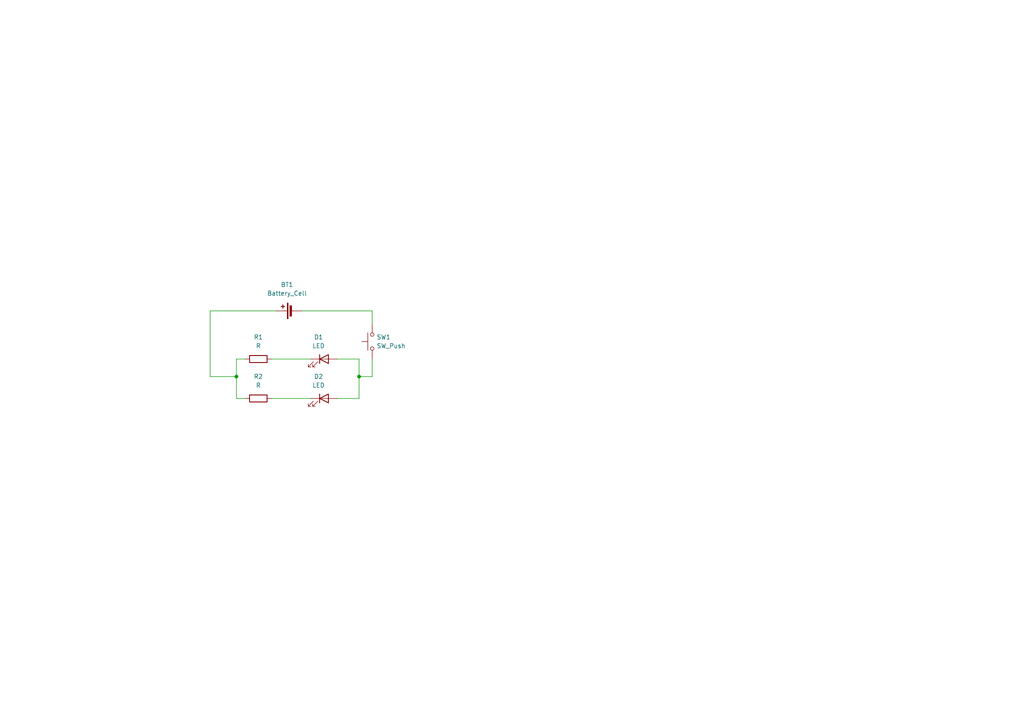
<source format=kicad_sch>
(kicad_sch
	(version 20250114)
	(generator "eeschema")
	(generator_version "9.0")
	(uuid "fecd14c1-0769-4a91-8bc8-a5e29011a5ac")
	(paper "A4")
	(lib_symbols
		(symbol "Device:Battery_Cell"
			(pin_numbers
				(hide yes)
			)
			(pin_names
				(offset 0)
				(hide yes)
			)
			(exclude_from_sim no)
			(in_bom yes)
			(on_board yes)
			(property "Reference" "BT"
				(at 2.54 2.54 0)
				(effects
					(font
						(size 1.27 1.27)
					)
					(justify left)
				)
			)
			(property "Value" "Battery_Cell"
				(at 2.54 0 0)
				(effects
					(font
						(size 1.27 1.27)
					)
					(justify left)
				)
			)
			(property "Footprint" ""
				(at 0 1.524 90)
				(effects
					(font
						(size 1.27 1.27)
					)
					(hide yes)
				)
			)
			(property "Datasheet" "~"
				(at 0 1.524 90)
				(effects
					(font
						(size 1.27 1.27)
					)
					(hide yes)
				)
			)
			(property "Description" "Single-cell battery"
				(at 0 0 0)
				(effects
					(font
						(size 1.27 1.27)
					)
					(hide yes)
				)
			)
			(property "ki_keywords" "battery cell"
				(at 0 0 0)
				(effects
					(font
						(size 1.27 1.27)
					)
					(hide yes)
				)
			)
			(symbol "Battery_Cell_0_1"
				(rectangle
					(start -2.286 1.778)
					(end 2.286 1.524)
					(stroke
						(width 0)
						(type default)
					)
					(fill
						(type outline)
					)
				)
				(rectangle
					(start -1.524 1.016)
					(end 1.524 0.508)
					(stroke
						(width 0)
						(type default)
					)
					(fill
						(type outline)
					)
				)
				(polyline
					(pts
						(xy 0 1.778) (xy 0 2.54)
					)
					(stroke
						(width 0)
						(type default)
					)
					(fill
						(type none)
					)
				)
				(polyline
					(pts
						(xy 0 0.762) (xy 0 0)
					)
					(stroke
						(width 0)
						(type default)
					)
					(fill
						(type none)
					)
				)
				(polyline
					(pts
						(xy 0.762 3.048) (xy 1.778 3.048)
					)
					(stroke
						(width 0.254)
						(type default)
					)
					(fill
						(type none)
					)
				)
				(polyline
					(pts
						(xy 1.27 3.556) (xy 1.27 2.54)
					)
					(stroke
						(width 0.254)
						(type default)
					)
					(fill
						(type none)
					)
				)
			)
			(symbol "Battery_Cell_1_1"
				(pin passive line
					(at 0 5.08 270)
					(length 2.54)
					(name "+"
						(effects
							(font
								(size 1.27 1.27)
							)
						)
					)
					(number "1"
						(effects
							(font
								(size 1.27 1.27)
							)
						)
					)
				)
				(pin passive line
					(at 0 -2.54 90)
					(length 2.54)
					(name "-"
						(effects
							(font
								(size 1.27 1.27)
							)
						)
					)
					(number "2"
						(effects
							(font
								(size 1.27 1.27)
							)
						)
					)
				)
			)
			(embedded_fonts no)
		)
		(symbol "Device:LED"
			(pin_numbers
				(hide yes)
			)
			(pin_names
				(offset 1.016)
				(hide yes)
			)
			(exclude_from_sim no)
			(in_bom yes)
			(on_board yes)
			(property "Reference" "D"
				(at 0 2.54 0)
				(effects
					(font
						(size 1.27 1.27)
					)
				)
			)
			(property "Value" "LED"
				(at 0 -2.54 0)
				(effects
					(font
						(size 1.27 1.27)
					)
				)
			)
			(property "Footprint" ""
				(at 0 0 0)
				(effects
					(font
						(size 1.27 1.27)
					)
					(hide yes)
				)
			)
			(property "Datasheet" "~"
				(at 0 0 0)
				(effects
					(font
						(size 1.27 1.27)
					)
					(hide yes)
				)
			)
			(property "Description" "Light emitting diode"
				(at 0 0 0)
				(effects
					(font
						(size 1.27 1.27)
					)
					(hide yes)
				)
			)
			(property "Sim.Pins" "1=K 2=A"
				(at 0 0 0)
				(effects
					(font
						(size 1.27 1.27)
					)
					(hide yes)
				)
			)
			(property "ki_keywords" "LED diode"
				(at 0 0 0)
				(effects
					(font
						(size 1.27 1.27)
					)
					(hide yes)
				)
			)
			(property "ki_fp_filters" "LED* LED_SMD:* LED_THT:*"
				(at 0 0 0)
				(effects
					(font
						(size 1.27 1.27)
					)
					(hide yes)
				)
			)
			(symbol "LED_0_1"
				(polyline
					(pts
						(xy -3.048 -0.762) (xy -4.572 -2.286) (xy -3.81 -2.286) (xy -4.572 -2.286) (xy -4.572 -1.524)
					)
					(stroke
						(width 0)
						(type default)
					)
					(fill
						(type none)
					)
				)
				(polyline
					(pts
						(xy -1.778 -0.762) (xy -3.302 -2.286) (xy -2.54 -2.286) (xy -3.302 -2.286) (xy -3.302 -1.524)
					)
					(stroke
						(width 0)
						(type default)
					)
					(fill
						(type none)
					)
				)
				(polyline
					(pts
						(xy -1.27 0) (xy 1.27 0)
					)
					(stroke
						(width 0)
						(type default)
					)
					(fill
						(type none)
					)
				)
				(polyline
					(pts
						(xy -1.27 -1.27) (xy -1.27 1.27)
					)
					(stroke
						(width 0.254)
						(type default)
					)
					(fill
						(type none)
					)
				)
				(polyline
					(pts
						(xy 1.27 -1.27) (xy 1.27 1.27) (xy -1.27 0) (xy 1.27 -1.27)
					)
					(stroke
						(width 0.254)
						(type default)
					)
					(fill
						(type none)
					)
				)
			)
			(symbol "LED_1_1"
				(pin passive line
					(at -3.81 0 0)
					(length 2.54)
					(name "K"
						(effects
							(font
								(size 1.27 1.27)
							)
						)
					)
					(number "1"
						(effects
							(font
								(size 1.27 1.27)
							)
						)
					)
				)
				(pin passive line
					(at 3.81 0 180)
					(length 2.54)
					(name "A"
						(effects
							(font
								(size 1.27 1.27)
							)
						)
					)
					(number "2"
						(effects
							(font
								(size 1.27 1.27)
							)
						)
					)
				)
			)
			(embedded_fonts no)
		)
		(symbol "Device:R"
			(pin_numbers
				(hide yes)
			)
			(pin_names
				(offset 0)
			)
			(exclude_from_sim no)
			(in_bom yes)
			(on_board yes)
			(property "Reference" "R"
				(at 2.032 0 90)
				(effects
					(font
						(size 1.27 1.27)
					)
				)
			)
			(property "Value" "R"
				(at 0 0 90)
				(effects
					(font
						(size 1.27 1.27)
					)
				)
			)
			(property "Footprint" ""
				(at -1.778 0 90)
				(effects
					(font
						(size 1.27 1.27)
					)
					(hide yes)
				)
			)
			(property "Datasheet" "~"
				(at 0 0 0)
				(effects
					(font
						(size 1.27 1.27)
					)
					(hide yes)
				)
			)
			(property "Description" "Resistor"
				(at 0 0 0)
				(effects
					(font
						(size 1.27 1.27)
					)
					(hide yes)
				)
			)
			(property "ki_keywords" "R res resistor"
				(at 0 0 0)
				(effects
					(font
						(size 1.27 1.27)
					)
					(hide yes)
				)
			)
			(property "ki_fp_filters" "R_*"
				(at 0 0 0)
				(effects
					(font
						(size 1.27 1.27)
					)
					(hide yes)
				)
			)
			(symbol "R_0_1"
				(rectangle
					(start -1.016 -2.54)
					(end 1.016 2.54)
					(stroke
						(width 0.254)
						(type default)
					)
					(fill
						(type none)
					)
				)
			)
			(symbol "R_1_1"
				(pin passive line
					(at 0 3.81 270)
					(length 1.27)
					(name "~"
						(effects
							(font
								(size 1.27 1.27)
							)
						)
					)
					(number "1"
						(effects
							(font
								(size 1.27 1.27)
							)
						)
					)
				)
				(pin passive line
					(at 0 -3.81 90)
					(length 1.27)
					(name "~"
						(effects
							(font
								(size 1.27 1.27)
							)
						)
					)
					(number "2"
						(effects
							(font
								(size 1.27 1.27)
							)
						)
					)
				)
			)
			(embedded_fonts no)
		)
		(symbol "Switch:SW_Push"
			(pin_numbers
				(hide yes)
			)
			(pin_names
				(offset 1.016)
				(hide yes)
			)
			(exclude_from_sim no)
			(in_bom yes)
			(on_board yes)
			(property "Reference" "SW"
				(at 1.27 2.54 0)
				(effects
					(font
						(size 1.27 1.27)
					)
					(justify left)
				)
			)
			(property "Value" "SW_Push"
				(at 0 -1.524 0)
				(effects
					(font
						(size 1.27 1.27)
					)
				)
			)
			(property "Footprint" ""
				(at 0 5.08 0)
				(effects
					(font
						(size 1.27 1.27)
					)
					(hide yes)
				)
			)
			(property "Datasheet" "~"
				(at 0 5.08 0)
				(effects
					(font
						(size 1.27 1.27)
					)
					(hide yes)
				)
			)
			(property "Description" "Push button switch, generic, two pins"
				(at 0 0 0)
				(effects
					(font
						(size 1.27 1.27)
					)
					(hide yes)
				)
			)
			(property "ki_keywords" "switch normally-open pushbutton push-button"
				(at 0 0 0)
				(effects
					(font
						(size 1.27 1.27)
					)
					(hide yes)
				)
			)
			(symbol "SW_Push_0_1"
				(circle
					(center -2.032 0)
					(radius 0.508)
					(stroke
						(width 0)
						(type default)
					)
					(fill
						(type none)
					)
				)
				(polyline
					(pts
						(xy 0 1.27) (xy 0 3.048)
					)
					(stroke
						(width 0)
						(type default)
					)
					(fill
						(type none)
					)
				)
				(circle
					(center 2.032 0)
					(radius 0.508)
					(stroke
						(width 0)
						(type default)
					)
					(fill
						(type none)
					)
				)
				(polyline
					(pts
						(xy 2.54 1.27) (xy -2.54 1.27)
					)
					(stroke
						(width 0)
						(type default)
					)
					(fill
						(type none)
					)
				)
				(pin passive line
					(at -5.08 0 0)
					(length 2.54)
					(name "1"
						(effects
							(font
								(size 1.27 1.27)
							)
						)
					)
					(number "1"
						(effects
							(font
								(size 1.27 1.27)
							)
						)
					)
				)
				(pin passive line
					(at 5.08 0 180)
					(length 2.54)
					(name "2"
						(effects
							(font
								(size 1.27 1.27)
							)
						)
					)
					(number "2"
						(effects
							(font
								(size 1.27 1.27)
							)
						)
					)
				)
			)
			(embedded_fonts no)
		)
	)
	(junction
		(at 104.14 109.22)
		(diameter 0)
		(color 0 0 0 0)
		(uuid "1d029031-0fa9-4f14-9044-dffdfe41cfa4")
	)
	(junction
		(at 68.58 109.22)
		(diameter 0)
		(color 0 0 0 0)
		(uuid "bf2f76df-af58-4983-8f3d-bf6a51b55302")
	)
	(wire
		(pts
			(xy 104.14 109.22) (xy 104.14 115.57)
		)
		(stroke
			(width 0)
			(type default)
		)
		(uuid "0463b5c4-23da-475d-93e6-b37c1ad46d7b")
	)
	(wire
		(pts
			(xy 68.58 109.22) (xy 68.58 104.14)
		)
		(stroke
			(width 0)
			(type default)
		)
		(uuid "1f1e4a59-4cc5-4884-98d4-60d22f611aa0")
	)
	(wire
		(pts
			(xy 68.58 104.14) (xy 71.12 104.14)
		)
		(stroke
			(width 0)
			(type default)
		)
		(uuid "2a4e10fc-b6be-409e-b9db-2786d0bc8e7d")
	)
	(wire
		(pts
			(xy 60.96 90.17) (xy 60.96 109.22)
		)
		(stroke
			(width 0)
			(type default)
		)
		(uuid "32a6ebc7-a9fb-4826-99f8-e66cdf11c32b")
	)
	(wire
		(pts
			(xy 78.74 104.14) (xy 90.17 104.14)
		)
		(stroke
			(width 0)
			(type default)
		)
		(uuid "38905020-8e16-455c-ae51-9af67eb3f024")
	)
	(wire
		(pts
			(xy 78.74 115.57) (xy 90.17 115.57)
		)
		(stroke
			(width 0)
			(type default)
		)
		(uuid "420bd37f-ca3c-4b7c-af56-3048466f76fd")
	)
	(wire
		(pts
			(xy 68.58 115.57) (xy 71.12 115.57)
		)
		(stroke
			(width 0)
			(type default)
		)
		(uuid "5012e1ec-c48d-48a3-870f-a84d8b0fcdf9")
	)
	(wire
		(pts
			(xy 60.96 109.22) (xy 68.58 109.22)
		)
		(stroke
			(width 0)
			(type default)
		)
		(uuid "5443a486-ddef-4568-aaf8-62db50aa130b")
	)
	(wire
		(pts
			(xy 107.95 90.17) (xy 87.63 90.17)
		)
		(stroke
			(width 0)
			(type default)
		)
		(uuid "5bc42e01-f92a-4530-8875-76d89db7ddeb")
	)
	(wire
		(pts
			(xy 104.14 115.57) (xy 97.79 115.57)
		)
		(stroke
			(width 0)
			(type default)
		)
		(uuid "7d7c297d-6c93-426f-88d9-5dc1a0d5c01e")
	)
	(wire
		(pts
			(xy 104.14 104.14) (xy 104.14 109.22)
		)
		(stroke
			(width 0)
			(type default)
		)
		(uuid "7e723961-6754-4e2c-875e-bb2552d4964f")
	)
	(wire
		(pts
			(xy 80.01 90.17) (xy 60.96 90.17)
		)
		(stroke
			(width 0)
			(type default)
		)
		(uuid "b0bd5e91-6c18-42dd-8769-0b8fc0d6c595")
	)
	(wire
		(pts
			(xy 97.79 104.14) (xy 104.14 104.14)
		)
		(stroke
			(width 0)
			(type default)
		)
		(uuid "bda5a5cc-1106-4862-b4dc-658b0b09a78a")
	)
	(wire
		(pts
			(xy 104.14 109.22) (xy 107.95 109.22)
		)
		(stroke
			(width 0)
			(type default)
		)
		(uuid "d118b27f-ca71-483b-bfc6-5da0f072b333")
	)
	(wire
		(pts
			(xy 107.95 93.98) (xy 107.95 90.17)
		)
		(stroke
			(width 0)
			(type default)
		)
		(uuid "d71838dd-77cb-4162-beff-6dc6a0c4a6ee")
	)
	(wire
		(pts
			(xy 68.58 109.22) (xy 68.58 115.57)
		)
		(stroke
			(width 0)
			(type default)
		)
		(uuid "e4649f52-6c1c-4f1c-8ef9-28268e14b53c")
	)
	(wire
		(pts
			(xy 107.95 109.22) (xy 107.95 104.14)
		)
		(stroke
			(width 0)
			(type default)
		)
		(uuid "f704e471-6a6c-4e3a-9961-c1227064076c")
	)
	(symbol
		(lib_id "Device:LED")
		(at 93.98 115.57 0)
		(unit 1)
		(exclude_from_sim no)
		(in_bom yes)
		(on_board yes)
		(dnp no)
		(fields_autoplaced yes)
		(uuid "04d5adda-d2e8-4079-a73c-5585e428b5b1")
		(property "Reference" "D2"
			(at 92.3925 109.22 0)
			(effects
				(font
					(size 1.27 1.27)
				)
			)
		)
		(property "Value" "LED"
			(at 92.3925 111.76 0)
			(effects
				(font
					(size 1.27 1.27)
				)
			)
		)
		(property "Footprint" "LED_THT:LED_D5.0mm"
			(at 93.98 115.57 0)
			(effects
				(font
					(size 1.27 1.27)
				)
				(hide yes)
			)
		)
		(property "Datasheet" "~"
			(at 93.98 115.57 0)
			(effects
				(font
					(size 1.27 1.27)
				)
				(hide yes)
			)
		)
		(property "Description" "Light emitting diode"
			(at 93.98 115.57 0)
			(effects
				(font
					(size 1.27 1.27)
				)
				(hide yes)
			)
		)
		(property "Sim.Pins" "1=K 2=A"
			(at 93.98 115.57 0)
			(effects
				(font
					(size 1.27 1.27)
				)
				(hide yes)
			)
		)
		(pin "2"
			(uuid "ab193bad-c301-4e93-b405-6b12d336305a")
		)
		(pin "1"
			(uuid "baa035a6-3a67-478d-a31c-12b7a0800153")
		)
		(instances
			(project ""
				(path "/fecd14c1-0769-4a91-8bc8-a5e29011a5ac"
					(reference "D2")
					(unit 1)
				)
			)
		)
	)
	(symbol
		(lib_id "Device:LED")
		(at 93.98 104.14 0)
		(unit 1)
		(exclude_from_sim no)
		(in_bom yes)
		(on_board yes)
		(dnp no)
		(fields_autoplaced yes)
		(uuid "14b13caa-1cc6-48e8-9d5a-7ac6d44a0f93")
		(property "Reference" "D1"
			(at 92.3925 97.79 0)
			(effects
				(font
					(size 1.27 1.27)
				)
			)
		)
		(property "Value" "LED"
			(at 92.3925 100.33 0)
			(effects
				(font
					(size 1.27 1.27)
				)
			)
		)
		(property "Footprint" "LED_THT:LED_D5.0mm"
			(at 93.98 104.14 0)
			(effects
				(font
					(size 1.27 1.27)
				)
				(hide yes)
			)
		)
		(property "Datasheet" "~"
			(at 93.98 104.14 0)
			(effects
				(font
					(size 1.27 1.27)
				)
				(hide yes)
			)
		)
		(property "Description" "Light emitting diode"
			(at 93.98 104.14 0)
			(effects
				(font
					(size 1.27 1.27)
				)
				(hide yes)
			)
		)
		(property "Sim.Pins" "1=K 2=A"
			(at 93.98 104.14 0)
			(effects
				(font
					(size 1.27 1.27)
				)
				(hide yes)
			)
		)
		(pin "1"
			(uuid "7d987c8a-1174-4332-898c-8ce0553cfa52")
		)
		(pin "2"
			(uuid "d29c0ee4-ee57-4f4f-b6af-b10239a3fa03")
		)
		(instances
			(project ""
				(path "/fecd14c1-0769-4a91-8bc8-a5e29011a5ac"
					(reference "D1")
					(unit 1)
				)
			)
		)
	)
	(symbol
		(lib_id "Device:R")
		(at 74.93 115.57 90)
		(unit 1)
		(exclude_from_sim no)
		(in_bom yes)
		(on_board yes)
		(dnp no)
		(fields_autoplaced yes)
		(uuid "17596fd4-e8c8-4edd-9277-c08aa0c3cf04")
		(property "Reference" "R2"
			(at 74.93 109.22 90)
			(effects
				(font
					(size 1.27 1.27)
				)
			)
		)
		(property "Value" "R"
			(at 74.93 111.76 90)
			(effects
				(font
					(size 1.27 1.27)
				)
			)
		)
		(property "Footprint" "Resistor_THT:R_Axial_DIN0207_L6.3mm_D2.5mm_P7.62mm_Horizontal"
			(at 74.93 117.348 90)
			(effects
				(font
					(size 1.27 1.27)
				)
				(hide yes)
			)
		)
		(property "Datasheet" "~"
			(at 74.93 115.57 0)
			(effects
				(font
					(size 1.27 1.27)
				)
				(hide yes)
			)
		)
		(property "Description" "Resistor"
			(at 74.93 115.57 0)
			(effects
				(font
					(size 1.27 1.27)
				)
				(hide yes)
			)
		)
		(pin "1"
			(uuid "a262ce4a-28ae-4abc-a2b2-8f786ff24647")
		)
		(pin "2"
			(uuid "a70287fa-a503-4103-8aab-885e7b1c7360")
		)
		(instances
			(project "cat_keychain"
				(path "/fecd14c1-0769-4a91-8bc8-a5e29011a5ac"
					(reference "R2")
					(unit 1)
				)
			)
		)
	)
	(symbol
		(lib_id "Switch:SW_Push")
		(at 107.95 99.06 90)
		(unit 1)
		(exclude_from_sim no)
		(in_bom yes)
		(on_board yes)
		(dnp no)
		(fields_autoplaced yes)
		(uuid "4f455268-ac27-42a3-92ac-5d4475bcec92")
		(property "Reference" "SW1"
			(at 109.22 97.7899 90)
			(effects
				(font
					(size 1.27 1.27)
				)
				(justify right)
			)
		)
		(property "Value" "SW_Push"
			(at 109.22 100.3299 90)
			(effects
				(font
					(size 1.27 1.27)
				)
				(justify right)
			)
		)
		(property "Footprint" "Button_Switch_THT:SW_PUSH_6mm"
			(at 102.87 99.06 0)
			(effects
				(font
					(size 1.27 1.27)
				)
				(hide yes)
			)
		)
		(property "Datasheet" "~"
			(at 102.87 99.06 0)
			(effects
				(font
					(size 1.27 1.27)
				)
				(hide yes)
			)
		)
		(property "Description" "Push button switch, generic, two pins"
			(at 107.95 99.06 0)
			(effects
				(font
					(size 1.27 1.27)
				)
				(hide yes)
			)
		)
		(pin "1"
			(uuid "ef61dc5e-2ebf-4277-a489-5850fd21310e")
		)
		(pin "2"
			(uuid "8b3e6020-8c87-48d3-b62f-d62c20756811")
		)
		(instances
			(project ""
				(path "/fecd14c1-0769-4a91-8bc8-a5e29011a5ac"
					(reference "SW1")
					(unit 1)
				)
			)
		)
	)
	(symbol
		(lib_id "Device:Battery_Cell")
		(at 85.09 90.17 90)
		(unit 1)
		(exclude_from_sim no)
		(in_bom yes)
		(on_board yes)
		(dnp no)
		(fields_autoplaced yes)
		(uuid "760580e7-047e-4eb0-bd33-2d4091a9a609")
		(property "Reference" "BT1"
			(at 83.2485 82.55 90)
			(effects
				(font
					(size 1.27 1.27)
				)
			)
		)
		(property "Value" "Battery_Cell"
			(at 83.2485 85.09 90)
			(effects
				(font
					(size 1.27 1.27)
				)
			)
		)
		(property "Footprint" "Battery:BatteryHolder_Keystone_3034_1x20mm"
			(at 83.566 90.17 90)
			(effects
				(font
					(size 1.27 1.27)
				)
				(hide yes)
			)
		)
		(property "Datasheet" "~"
			(at 83.566 90.17 90)
			(effects
				(font
					(size 1.27 1.27)
				)
				(hide yes)
			)
		)
		(property "Description" "Single-cell battery"
			(at 85.09 90.17 0)
			(effects
				(font
					(size 1.27 1.27)
				)
				(hide yes)
			)
		)
		(pin "1"
			(uuid "be49a399-0cb0-47c1-867e-c93032431b2f")
		)
		(pin "2"
			(uuid "374e4d11-d400-4cc4-a93c-17e89ba76cdc")
		)
		(instances
			(project ""
				(path "/fecd14c1-0769-4a91-8bc8-a5e29011a5ac"
					(reference "BT1")
					(unit 1)
				)
			)
		)
	)
	(symbol
		(lib_id "Device:R")
		(at 74.93 104.14 90)
		(unit 1)
		(exclude_from_sim no)
		(in_bom yes)
		(on_board yes)
		(dnp no)
		(fields_autoplaced yes)
		(uuid "80d9e931-6409-41b2-b2ef-8af795d8ead3")
		(property "Reference" "R1"
			(at 74.93 97.79 90)
			(effects
				(font
					(size 1.27 1.27)
				)
			)
		)
		(property "Value" "R"
			(at 74.93 100.33 90)
			(effects
				(font
					(size 1.27 1.27)
				)
			)
		)
		(property "Footprint" "Resistor_THT:R_Axial_DIN0207_L6.3mm_D2.5mm_P7.62mm_Horizontal"
			(at 74.93 105.918 90)
			(effects
				(font
					(size 1.27 1.27)
				)
				(hide yes)
			)
		)
		(property "Datasheet" "~"
			(at 74.93 104.14 0)
			(effects
				(font
					(size 1.27 1.27)
				)
				(hide yes)
			)
		)
		(property "Description" "Resistor"
			(at 74.93 104.14 0)
			(effects
				(font
					(size 1.27 1.27)
				)
				(hide yes)
			)
		)
		(pin "1"
			(uuid "cc0e7c3e-0866-4e85-916c-515cb863e6d1")
		)
		(pin "2"
			(uuid "6d2d4964-5ebf-45a3-8b09-c1ba647645cc")
		)
		(instances
			(project ""
				(path "/fecd14c1-0769-4a91-8bc8-a5e29011a5ac"
					(reference "R1")
					(unit 1)
				)
			)
		)
	)
	(sheet_instances
		(path "/"
			(page "1")
		)
	)
	(embedded_fonts no)
)

</source>
